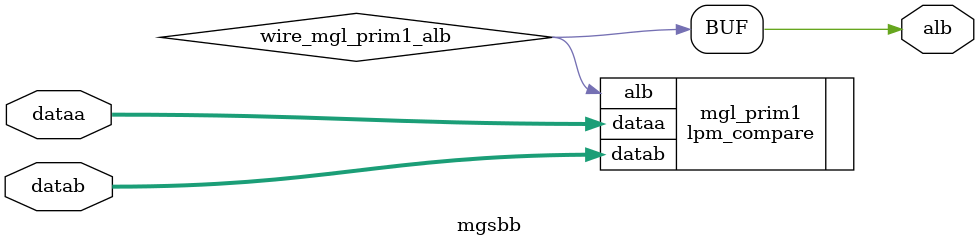
<source format=v>






//synthesis_resources = lpm_compare 1 
//synopsys translate_off
`timescale 1 ps / 1 ps
//synopsys translate_on
module  mgsbb
	( 
	alb,
	dataa,
	datab) /* synthesis synthesis_clearbox=1 */;
	output   alb;
	input   [39:0]  dataa;
	input   [39:0]  datab;

	wire  wire_mgl_prim1_alb;

	lpm_compare   mgl_prim1
	( 
	.alb(wire_mgl_prim1_alb),
	.dataa(dataa),
	.datab(datab));
	defparam
		mgl_prim1.lpm_representation = "UNSIGNED",
		mgl_prim1.lpm_type = "LPM_COMPARE",
		mgl_prim1.lpm_width = 40;
	assign
		alb = wire_mgl_prim1_alb;
endmodule //mgsbb
//VALID FILE

</source>
